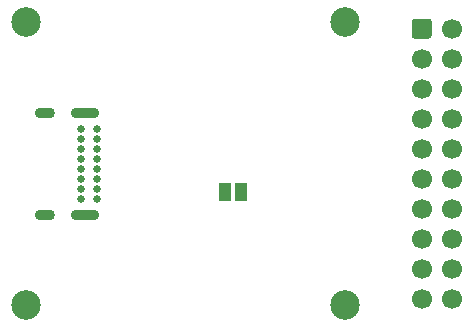
<source format=gbs>
G04 #@! TF.GenerationSoftware,KiCad,Pcbnew,(5.1.8-0-10_14)*
G04 #@! TF.CreationDate,2021-07-18T19:29:47+09:00*
G04 #@! TF.ProjectId,ft2232_jtag_tap,66743232-3332-45f6-9a74-61675f746170,rev?*
G04 #@! TF.SameCoordinates,Original*
G04 #@! TF.FileFunction,Soldermask,Bot*
G04 #@! TF.FilePolarity,Negative*
%FSLAX46Y46*%
G04 Gerber Fmt 4.6, Leading zero omitted, Abs format (unit mm)*
G04 Created by KiCad (PCBNEW (5.1.8-0-10_14)) date 2021-07-18 19:29:47*
%MOMM*%
%LPD*%
G01*
G04 APERTURE LIST*
%ADD10C,1.700000*%
%ADD11C,2.500000*%
%ADD12O,1.700000X0.900000*%
%ADD13O,2.400000X0.900000*%
%ADD14C,0.650000*%
%ADD15R,1.000000X1.500000*%
G04 APERTURE END LIST*
D10*
X89040000Y-126430000D03*
X89040000Y-123890000D03*
X89040000Y-121350000D03*
X89040000Y-118810000D03*
X89040000Y-116270000D03*
X89040000Y-113730000D03*
X89040000Y-111190000D03*
X89040000Y-108650000D03*
X89040000Y-106110000D03*
X89040000Y-103570000D03*
X86500000Y-126430000D03*
X86500000Y-123890000D03*
X86500000Y-121350000D03*
X86500000Y-118810000D03*
X86500000Y-116270000D03*
X86500000Y-113730000D03*
X86500000Y-111190000D03*
X86500000Y-108650000D03*
X86500000Y-106110000D03*
G36*
G01*
X85650000Y-104170000D02*
X85650000Y-102970000D01*
G75*
G02*
X85900000Y-102720000I250000J0D01*
G01*
X87100000Y-102720000D01*
G75*
G02*
X87350000Y-102970000I0J-250000D01*
G01*
X87350000Y-104170000D01*
G75*
G02*
X87100000Y-104420000I-250000J0D01*
G01*
X85900000Y-104420000D01*
G75*
G02*
X85650000Y-104170000I0J250000D01*
G01*
G37*
D11*
X53000000Y-127000000D03*
D12*
X54640000Y-119325000D03*
X54640000Y-110675000D03*
D13*
X58020000Y-119325000D03*
X58020000Y-110675000D03*
D14*
X57650000Y-115425000D03*
X57650000Y-117975000D03*
X57650000Y-117125000D03*
X57650000Y-116275000D03*
X57650000Y-112025000D03*
X57650000Y-113725000D03*
X57650000Y-114575000D03*
X57650000Y-112875000D03*
X59000000Y-117975000D03*
X59000000Y-117125000D03*
X59000000Y-116275000D03*
X59000000Y-115425000D03*
X59000000Y-114575000D03*
X59000000Y-113725000D03*
X59000000Y-112875000D03*
X59000000Y-112025000D03*
D15*
X71170000Y-117430000D03*
X69870000Y-117430000D03*
D11*
X80000000Y-127000000D03*
X80000000Y-103000000D03*
X53000000Y-103000000D03*
M02*

</source>
